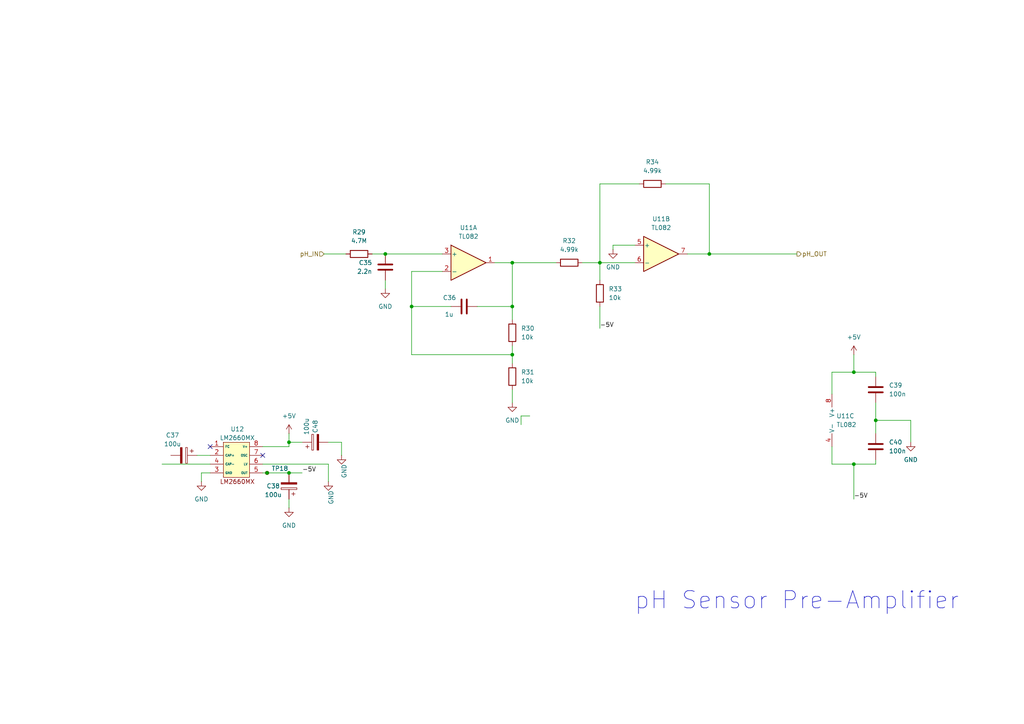
<source format=kicad_sch>
(kicad_sch (version 20250114) (generator "eeschema") (generator_version "9.0")
  (paper "A4")
  (title_block (title "LoRa Water Quality Management System Sensor Node"))
  (lib_symbols
    (symbol "Amplifier_Operational:TL082" (pin_names (offset 0.127))
      (property "Reference" "U" (at 0 5.08 0))
      (property "Value" "TL082" (at 0 -5.08 0))
      (symbol "TL082_1_1"
        (polyline (pts (xy -5.08 5.08) (xy 5.08 0) (xy -5.08 -5.08) (xy -5.08 5.08)) (stroke (width 0.254)) (fill (type background)))
        (pin input line (at -7.62 2.54 0) (length 2.54) (name "+") (number "3"))
        (pin input line (at -7.62 -2.54 0) (length 2.54) (name "-") (number "2"))
        (pin output line (at 7.62 0 180) (length 2.54) (name "~") (number "1"))
      )
      (symbol "TL082_2_1"
        (polyline (pts (xy -5.08 5.08) (xy 5.08 0) (xy -5.08 -5.08) (xy -5.08 5.08)) (stroke (width 0.254)) (fill (type background)))
        (pin input line (at -7.62 2.54 0) (length 2.54) (name "+") (number "5"))
        (pin input line (at -7.62 -2.54 0) (length 2.54) (name "-") (number "6"))
        (pin output line (at 7.62 0 180) (length 2.54) (name "~") (number "7"))
      )
      (symbol "TL082_3_1"
        (pin power_in line (at -2.54 7.62 270) (length 3.81) (name "V+") (number "8"))
        (pin power_in line (at -2.54 -7.62 90) (length 3.81) (name "V-") (number "4"))
      )
    )
    (symbol "Connector:TestPoint_Small" (pin_numbers (hide yes)) (pin_names (offset 0.762) (hide yes))
      (property "Reference" "TP" (at 0 3.81 0))
      (property "Value" "TestPoint_Small" (at 0 2.032 0))
      (symbol "TestPoint_Small_0_1"
        (circle (center 0 0) (radius 0.508))
      )
      (symbol "TestPoint_Small_1_1"
        (pin passive line (at 0 0 90) (length 0) (name "1") (number "1"))
      )
    )
    (symbol "Device:C" (pin_numbers (hide yes)) (pin_names (offset 0.254))
      (property "Reference" "C" (at 0.635 2.54 0))
      (property "Value" "C" (at 0.635 -2.54 0))
      (symbol "C_0_1"
        (polyline (pts (xy -2.032 0.762) (xy 2.032 0.762)) (stroke (width 0.508)))
        (polyline (pts (xy -2.032 -0.762) (xy 2.032 -0.762)) (stroke (width 0.508)))
      )
      (symbol "C_1_1"
        (pin passive line (at 0 3.81 270) (length 2.794) (name "~") (number "1"))
        (pin passive line (at 0 -3.81 90) (length 2.794) (name "~") (number "2"))
      )
    )
    (symbol "Device:C_Polarized" (pin_numbers (hide yes)) (pin_names (offset 0.254))
      (property "Reference" "C" (at 0.635 2.54 0))
      (property "Value" "C_Polarized" (at 0.635 -2.54 0))
      (symbol "C_Polarized_0_1"
        (rectangle (start -2.286 0.508) (end 2.286 1.016))
        (polyline (pts (xy -1.778 2.286) (xy -0.762 2.286)))
        (polyline (pts (xy -1.27 2.794) (xy -1.27 1.778)))
        (rectangle (start 2.286 -0.508) (end -2.286 -1.016) (fill (type outline)))
      )
      (symbol "C_Polarized_1_1"
        (pin passive line (at 0 3.81 270) (length 2.794) (name "~") (number "1"))
        (pin passive line (at 0 -3.81 90) (length 2.794) (name "~") (number "2"))
      )
    )
    (symbol "Device:R" (pin_numbers (hide yes)) (pin_names (offset 0))
      (property "Reference" "R" (at 2.032 0 90))
      (property "Value" "R" (at 0 0 90))
      (symbol "R_0_1"
        (rectangle (start -1.016 -2.54) (end 1.016 2.54) (stroke (width 0.254)))
      )
      (symbol "R_1_1"
        (pin passive line (at 0 3.81 270) (length 1.27) (name "~") (number "1"))
        (pin passive line (at 0 -3.81 90) (length 1.27) (name "~") (number "2"))
      )
    )
    (symbol "phsensorboard_parts:LM2660M"
      (property "Reference" "U" (at 0 6.858 0))
      (symbol "LM2660M_1_1"
        (rectangle (start -3.81 5.08) (end 3.81 -5.08) (fill (type background)))
        (text "LM2660MX" (at 0.254 -6.35 0) (effects (font (size 1.27 1.27))))
        (pin input line (at -7.62 3.81 0) (length 3.81) (name "FC") (number "1"))
        (pin input line (at -7.62 1.27 0) (length 3.81) (name "CAP+") (number "2"))
        (pin input line (at -7.62 -1.27 0) (length 3.81) (name "CAP-") (number "4"))
        (pin power_in line (at -7.62 -3.81 0) (length 3.81) (name "GND") (number "3"))
        (pin power_in line (at 7.62 3.81 180) (length 3.81) (name "V+") (number "8"))
        (pin input line (at 7.62 1.27 180) (length 3.81) (name "OSC") (number "7"))
        (pin input line (at 7.62 -1.27 180) (length 3.81) (name "LV") (number "6"))
        (pin power_out line (at 7.62 -3.81 180) (length 3.81) (name "OUT") (number "5"))
      )
    )
    (symbol "power:+5V" (power) (pin_numbers (hide yes)) (pin_names (offset 0) (hide yes))
      (property "Value" "+5V" (at 0 3.556 0))
      (symbol "+5V_0_1"
        (polyline (pts (xy -0.762 1.27) (xy 0 2.54)))
        (polyline (pts (xy 0 2.54) (xy 0.762 1.27)))
        (polyline (pts (xy 0 0) (xy 0 2.54)))
      )
      (symbol "+5V_1_1"
        (pin power_in line (at 0 0 90) (length 0) (name "~") (number "1"))
      )
    )
    (symbol "power:GND" (power) (pin_numbers (hide yes)) (pin_names (offset 0) (hide yes))
      (property "Value" "GND" (at 0 -3.81 0))
      (symbol "GND_0_1"
        (polyline (pts (xy 0 0) (xy 0 -1.27) (xy 1.27 -1.27) (xy 0 -2.54) (xy -1.27 -1.27) (xy 0 -1.27)))
      )
      (symbol "GND_1_1"
        (pin power_in line (at 0 0 270) (length 0) (name "~") (number "1"))
      )
    )
  )
  (text "pH Sensor Pre-Amplifier" (at 231.14 174.244 0) (effects (font (size 5 5))))
  (junction (at 247.65 134.62))
  (junction (at 205.74 73.66))
  (junction (at 247.65 107.95))
  (junction (at 148.59 76.2))
  (junction (at 148.59 102.87))
  (junction (at 173.99 76.2))
  (junction (at 119.38 88.9))
  (junction (at 77.47 137.16))
  (junction (at 254 121.92))
  (junction (at 148.59 88.9))
  (junction (at 111.76 73.66))
  (junction (at 83.82 137.16))
  (junction (at 83.82 128.27))
  (no_connect (at 76.2 132.08))
  (no_connect (at 60.96 129.54))
  (wire (pts (xy 95.25 139.7) (xy 95.25 134.62)))
  (wire (pts (xy 173.99 88.9) (xy 173.99 95.25)))
  (wire (pts (xy 119.38 78.74) (xy 119.38 88.9)))
  (wire (pts (xy 148.59 100.33) (xy 148.59 102.87)))
  (wire (pts (xy 193.04 53.34) (xy 205.74 53.34)))
  (wire (pts (xy 138.43 88.9) (xy 148.59 88.9)))
  (wire (pts (xy 107.95 73.66) (xy 111.76 73.66)))
  (wire (pts (xy 148.59 88.9) (xy 148.59 76.2)))
  (wire (pts (xy 254 121.92) (xy 254 125.73)))
  (wire (pts (xy 241.3 107.95) (xy 241.3 114.3)))
  (wire (pts (xy 83.82 128.27) (xy 87.63 128.27)))
  (wire (pts (xy 254 134.62) (xy 254 133.35)))
  (wire (pts (xy 93.98 73.66) (xy 100.33 73.66)))
  (wire (pts (xy 247.65 107.95) (xy 241.3 107.95)))
  (wire (pts (xy 247.65 102.87) (xy 247.65 107.95)))
  (wire (pts (xy 119.38 88.9) (xy 130.81 88.9)))
  (wire (pts (xy 148.59 76.2) (xy 161.29 76.2)))
  (wire (pts (xy 241.3 129.54) (xy 241.3 134.62)))
  (wire (pts (xy 83.82 144.78) (xy 83.82 147.32)))
  (wire (pts (xy 95.25 134.62) (xy 76.2 134.62)))
  (wire (pts (xy 173.99 76.2) (xy 184.15 76.2)))
  (wire (pts (xy 205.74 53.34) (xy 205.74 73.66)))
  (wire (pts (xy 119.38 88.9) (xy 119.38 102.87)))
  (wire (pts (xy 173.99 53.34) (xy 173.99 76.2)))
  (wire (pts (xy 143.51 76.2) (xy 148.59 76.2)))
  (wire (pts (xy 168.91 76.2) (xy 173.99 76.2)))
  (wire (pts (xy 247.65 144.78) (xy 247.65 134.62)))
  (wire (pts (xy 254 121.92) (xy 264.16 121.92)))
  (wire (pts (xy 151.13 120.65) (xy 153.67 120.65)))
  (wire (pts (xy 185.42 53.34) (xy 173.99 53.34)))
  (wire (pts (xy 119.38 102.87) (xy 148.59 102.87)))
  (wire (pts (xy 254 116.84) (xy 254 121.92)))
  (wire (pts (xy 57.15 132.08) (xy 60.96 132.08)))
  (wire (pts (xy 111.76 81.28) (xy 111.76 83.82)))
  (wire (pts (xy 83.82 129.54) (xy 76.2 129.54)))
  (wire (pts (xy 151.13 123.19) (xy 151.13 120.65)))
  (wire (pts (xy 177.8 71.12) (xy 177.8 72.39)))
  (wire (pts (xy 76.2 137.16) (xy 77.47 137.16)))
  (wire (pts (xy 128.27 78.74) (xy 119.38 78.74)))
  (wire (pts (xy 205.74 73.66) (xy 231.14 73.66)))
  (wire (pts (xy 254 107.95) (xy 247.65 107.95)))
  (wire (pts (xy 148.59 113.03) (xy 148.59 116.84)))
  (wire (pts (xy 247.65 134.62) (xy 254 134.62)))
  (wire (pts (xy 241.3 134.62) (xy 247.65 134.62)))
  (wire (pts (xy 60.96 137.16) (xy 58.42 137.16)))
  (wire (pts (xy 148.59 102.87) (xy 148.59 105.41)))
  (wire (pts (xy 77.47 137.16) (xy 83.82 137.16)))
  (wire (pts (xy 83.82 125.73) (xy 83.82 128.27)))
  (wire (pts (xy 83.82 137.16) (xy 87.63 137.16)))
  (wire (pts (xy 60.96 134.62) (xy 46.99 134.62)))
  (wire (pts (xy 148.59 88.9) (xy 148.59 92.71)))
  (wire (pts (xy 264.16 121.92) (xy 264.16 128.27)))
  (wire (pts (xy 58.42 137.16) (xy 58.42 139.7)))
  (wire (pts (xy 173.99 76.2) (xy 173.99 81.28)))
  (wire (pts (xy 95.25 128.27) (xy 99.06 128.27)))
  (wire (pts (xy 99.06 128.27) (xy 99.06 132.08)))
  (wire (pts (xy 254 107.95) (xy 254 109.22)))
  (wire (pts (xy 184.15 71.12) (xy 177.8 71.12)))
  (wire (pts (xy 83.82 128.27) (xy 83.82 129.54)))
  (wire (pts (xy 111.76 73.66) (xy 128.27 73.66)))
  (wire (pts (xy 199.39 73.66) (xy 205.74 73.66)))
  (label "-5V" (at 173.99 95.25 0))
  (label "-5V" (at 87.63 137.16 0))
  (label "-5V" (at 247.65 144.78 0))
  (hierarchical_label "pH_OUT" (shape output) (at 231.14 73.66 0))
  (hierarchical_label "pH_IN" (shape input) (at 93.98 73.66 180))
  (symbol (lib_id "Connector:TestPoint_Small") (at 77.47 137.16 0) (unit 1)
    (property "Reference" "TP18" (at 78.74 135.8899 0) (effects (justify left)))
    (property "Value" "TestPoint_Small" (effects (hide yes)))
    (property "Footprint" "TestPoint:TestPoint_Pad_D1.5mm" (effects (hide yes)))
    (property "Description" "test point" (effects (hide yes)))
  )
  (symbol (lib_id "Device:C_Polarized") (at 53.34 132.08 270) (unit 1)
    (property "Reference" "C37" (at 50.038 126.238 90))
    (property "Value" "100u" (at 50.038 128.778 90))
    (property "Footprint" "Capacitor_SMD:C_1206_3216Metric_Pad1.33x1.80mm_HandSolder" (effects (hide yes)))
    (property "Description" "Polarized capacitor" (effects (hide yes)))
  )
  (symbol (lib_id "power:GND") (at 95.25 139.7 0) (unit 1)
    (property "Reference" "#PWR075" (effects (hide yes)))
    (property "Value" "GND" (at 96.012 142.24 90) (effects (justify right)))
    (property "Description" "Power symbol creates a global label with name \"GND\" , ground" (effects (hide yes)))
  )
  (symbol (lib_id "Device:C_Polarized") (at 83.82 140.97 180) (unit 1)
    (property "Reference" "C38" (at 79.248 140.97 0))
    (property "Value" "100u" (at 79.248 143.51 0))
    (property "Footprint" "Capacitor_SMD:C_1206_3216Metric_Pad1.33x1.80mm_HandSolder" (effects (hide yes)))
    (property "Description" "Polarized capacitor" (effects (hide yes)))
  )
  (symbol (lib_id "Device:R") (at 148.59 96.52 180) (unit 1)
    (property "Reference" "R30" (at 151.13 95.2499 0) (effects (justify right)))
    (property "Value" "10k" (at 151.13 97.7899 0) (effects (justify right)))
    (property "Footprint" "Resistor_SMD:R_0805_2012Metric_Pad1.20x1.40mm_HandSolder" (effects (hide yes)))
    (property "Description" "Resistor" (effects (hide yes)))
  )
  (symbol (lib_id "Device:R") (at 165.1 76.2 90) (unit 1)
    (property "Reference" "R32" (at 165.1 69.85 90))
    (property "Value" "4.99k" (at 165.1 72.39 90))
    (property "Footprint" "Resistor_SMD:R_0805_2012Metric_Pad1.20x1.40mm_HandSolder" (effects (hide yes)))
    (property "Description" "Resistor" (effects (hide yes)))
  )
  (symbol (lib_id "Device:R") (at 148.59 109.22 180) (unit 1)
    (property "Reference" "R31" (at 151.13 107.9499 0) (effects (justify right)))
    (property "Value" "10k" (at 151.13 110.4899 0) (effects (justify right)))
    (property "Footprint" "Resistor_SMD:R_0805_2012Metric_Pad1.20x1.40mm_HandSolder" (effects (hide yes)))
    (property "Description" "Resistor" (effects (hide yes)))
  )
  (symbol (lib_id "Device:C") (at 134.62 88.9 90) (mirror x) (unit 1)
    (property "Reference" "C36" (at 132.334 86.36 90) (effects (justify left)))
    (property "Value" "1u" (at 131.572 91.186 90) (effects (justify left)))
    (property "Footprint" "Capacitor_SMD:C_0805_2012Metric_Pad1.18x1.45mm_HandSolder" (effects (hide yes)))
    (property "Description" "Unpolarized capacitor" (effects (hide yes)))
  )
  (symbol (lib_id "Amplifier_Operational:TL082") (at 243.84 121.92 0) (unit 3)
    (property "Reference" "U11" (at 242.57 120.6499 0) (effects (justify left)))
    (property "Value" "TL082" (at 242.57 123.1899 0) (effects (justify left)))
    (property "Footprint" "LWQMS:SOIC_208MIL_WIN-M" (effects (hide yes)))
    (property "Datasheet" "http://www.ti.com/lit/ds/symlink/tl081.pdf" (effects (hide yes)))
    (property "Description" "Dual JFET-Input Operational Amplifiers, DIP-8/SOIC-8/SSOP-8" (effects (hide yes)))
  )
  (symbol (lib_id "Amplifier_Operational:TL082") (at 191.77 73.66 0) (unit 2)
    (property "Reference" "U11" (at 191.77 63.5 0))
    (property "Value" "TL082" (at 191.77 66.04 0))
    (property "Footprint" "LWQMS:SOIC_208MIL_WIN-M" (effects (hide yes)))
    (property "Datasheet" "http://www.ti.com/lit/ds/symlink/tl081.pdf" (effects (hide yes)))
    (property "Description" "Dual JFET-Input Operational Amplifiers, DIP-8/SOIC-8/SSOP-8" (effects (hide yes)))
  )
  (symbol (lib_id "Device:R") (at 104.14 73.66 90) (unit 1)
    (property "Reference" "R29" (at 104.14 67.31 90))
    (property "Value" "4.7M" (at 104.14 69.85 90))
    (property "Footprint" "Resistor_SMD:R_0805_2012Metric_Pad1.20x1.40mm_HandSolder" (effects (hide yes)))
    (property "Description" "Resistor" (effects (hide yes)))
  )
  (symbol (lib_id "power:+5V") (at 83.82 125.73 0) (unit 1)
    (property "Reference" "#PWR073" (effects (hide yes)))
    (property "Value" "+5V" (at 83.82 120.65 0))
    (property "Description" "Power symbol creates a global label with name \"+5V\"" (effects (hide yes)))
  )
  (symbol (lib_id "power:GND") (at 177.8 72.39 0) (unit 1)
    (property "Reference" "#PWR071" (effects (hide yes)))
    (property "Value" "GND" (at 177.8 77.47 0))
    (property "Description" "Power symbol creates a global label with name \"GND\" , ground" (effects (hide yes)))
  )
  (symbol (lib_id "Device:C") (at 254 129.54 0) (unit 1)
    (property "Reference" "C40" (at 257.81 128.2699 0) (effects (justify left)))
    (property "Value" "100n" (at 257.81 130.8099 0) (effects (justify left)))
    (property "Footprint" "Capacitor_SMD:C_0805_2012Metric_Pad1.18x1.45mm_HandSolder" (effects (hide yes)))
    (property "Description" "Unpolarized capacitor" (effects (hide yes)))
  )
  (symbol (lib_id "power:GND") (at 111.76 83.82 0) (unit 1)
    (property "Reference" "#PWR068" (effects (hide yes)))
    (property "Value" "GND" (at 111.76 88.9 0))
    (property "Description" "Power symbol creates a global label with name \"GND\" , ground" (effects (hide yes)))
  )
  (symbol (lib_id "Device:C_Polarized") (at 91.44 128.27 90) (unit 1)
    (property "Reference" "C48" (at 91.44 123.698 0))
    (property "Value" "100u" (at 88.9 123.698 0))
    (property "Footprint" "Capacitor_SMD:C_1206_3216Metric_Pad1.33x1.80mm_HandSolder" (effects (hide yes)))
    (property "Description" "Polarized capacitor" (effects (hide yes)))
  )
  (symbol (lib_id "Device:R") (at 189.23 53.34 90) (unit 1)
    (property "Reference" "R34" (at 189.23 46.99 90))
    (property "Value" "4.99k" (at 189.23 49.53 90))
    (property "Footprint" "Resistor_SMD:R_0805_2012Metric_Pad1.20x1.40mm_HandSolder" (effects (hide yes)))
    (property "Description" "Resistor" (effects (hide yes)))
  )
  (symbol (lib_id "power:GND") (at 264.16 128.27 0) (unit 1)
    (property "Reference" "#PWR077" (effects (hide yes)))
    (property "Value" "GND" (at 264.16 133.35 0))
    (property "Description" "Power symbol creates a global label with name \"GND\" , ground" (effects (hide yes)))
  )
  (symbol (lib_id "Device:R") (at 173.99 85.09 180) (unit 1)
    (property "Reference" "R33" (at 176.53 83.8199 0) (effects (justify right)))
    (property "Value" "10k" (at 176.53 86.3599 0) (effects (justify right)))
    (property "Footprint" "Resistor_SMD:R_0805_2012Metric_Pad1.20x1.40mm_HandSolder" (effects (hide yes)))
    (property "Description" "Resistor" (effects (hide yes)))
  )
  (symbol (lib_id "power:GND") (at 58.42 139.7 0) (unit 1)
    (property "Reference" "#PWR072" (effects (hide yes)))
    (property "Value" "GND" (at 58.42 144.78 0))
    (property "Description" "Power symbol creates a global label with name \"GND\" , ground" (effects (hide yes)))
  )
  (symbol (lib_id "power:GND") (at 148.59 116.84 0) (unit 1)
    (property "Reference" "#PWR069" (effects (hide yes)))
    (property "Value" "GND" (at 148.59 121.92 0))
    (property "Description" "Power symbol creates a global label with name \"GND\" , ground" (effects (hide yes)))
  )
  (symbol (lib_id "power:+5V") (at 247.65 102.87 0) (unit 1)
    (property "Reference" "#PWR076" (effects (hide yes)))
    (property "Value" "+5V" (at 247.65 97.79 0))
    (property "Description" "Power symbol creates a global label with name \"+5V\"" (effects (hide yes)))
  )
  (symbol (lib_id "Amplifier_Operational:TL082") (at 135.89 76.2 0) (unit 1)
    (property "Reference" "U11" (at 135.89 66.04 0))
    (property "Value" "TL082" (at 135.89 68.58 0))
    (property "Footprint" "LWQMS:SOIC_208MIL_WIN-M" (effects (hide yes)))
    (property "Datasheet" "http://www.ti.com/lit/ds/symlink/tl081.pdf" (effects (hide yes)))
    (property "Description" "Dual JFET-Input Operational Amplifiers, DIP-8/SOIC-8/SSOP-8" (effects (hide yes)))
  )
  (symbol (lib_id "Device:C") (at 254 113.03 0) (unit 1)
    (property "Reference" "C39" (at 257.81 111.7599 0) (effects (justify left)))
    (property "Value" "100n" (at 257.81 114.2999 0) (effects (justify left)))
    (property "Footprint" "Capacitor_SMD:C_0805_2012Metric_Pad1.18x1.45mm_HandSolder" (effects (hide yes)))
    (property "Description" "Unpolarized capacitor" (effects (hide yes)))
  )
  (symbol (lib_id "power:GND") (at 99.06 132.08 0) (unit 1)
    (property "Reference" "#PWR070" (effects (hide yes)))
    (property "Value" "GND" (at 99.822 134.62 90) (effects (justify right)))
    (property "Description" "Power symbol creates a global label with name \"GND\" , ground" (effects (hide yes)))
  )
  (symbol (lib_id "Device:C") (at 111.76 77.47 0) (mirror y) (unit 1)
    (property "Reference" "C35" (at 107.95 76.1999 0) (effects (justify left)))
    (property "Value" "2.2n" (at 107.95 78.7399 0) (effects (justify left)))
    (property "Footprint" "Capacitor_SMD:C_0805_2012Metric_Pad1.18x1.45mm_HandSolder" (effects (hide yes)))
    (property "Description" "Unpolarized capacitor" (effects (hide yes)))
  )
  (symbol (lib_id "phsensorboard_parts:LM2660M") (at 68.58 133.35 0) (unit 1)
    (property "Reference" "U12" (at 68.834 124.46 0))
    (property "Value" "LM2660MX" (at 68.834 127 0))
    (property "Footprint" "LWQMS:SOIC_208MIL_WIN-M" (effects (hide yes)))
  )
  (symbol (lib_id "power:GND") (at 83.82 147.32 0) (unit 1)
    (property "Reference" "#PWR074" (effects (hide yes)))
    (property "Value" "GND" (at 83.82 152.4 0))
    (property "Description" "Power symbol creates a global label with name \"GND\" , ground" (effects (hide yes)))
  )
)
</source>
